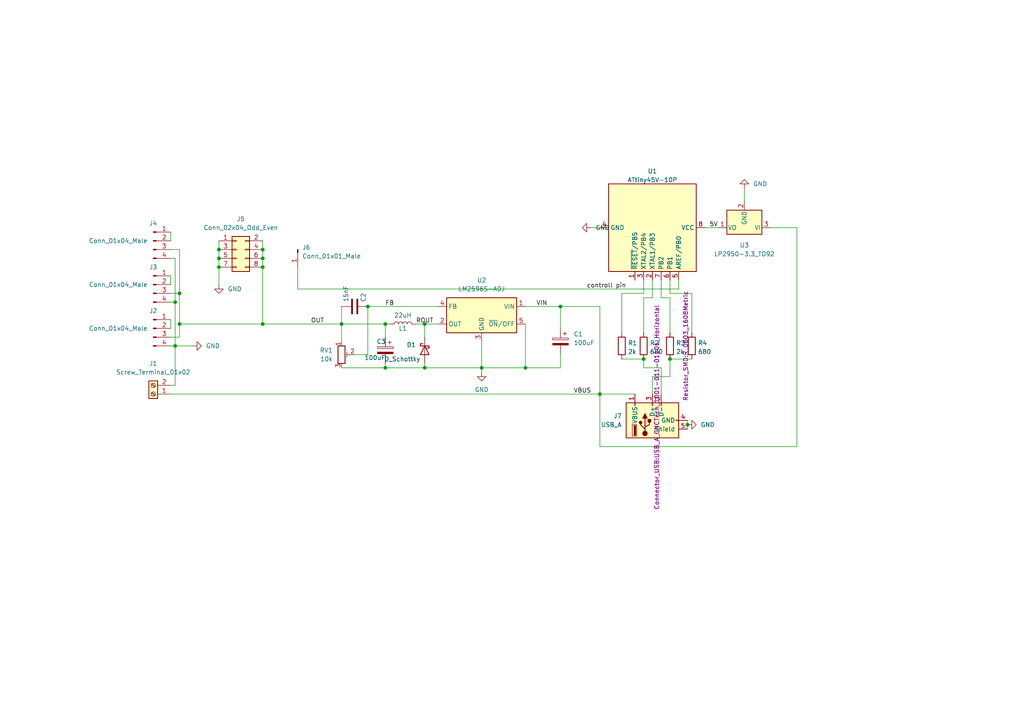
<source format=kicad_sch>
(kicad_sch (version 20211123) (generator eeschema)
  (paper "A4")
  (lib_symbols
    (symbol "Connector:Conn_01x01_Male" (pin_names (offset 1.016) hide)
      (property "Reference" "J" (at 0 2.54 0))
      (property "Value" "Conn_01x01_Male" (at 0 -2.54 0))
      (symbol "Conn_01x01_Male_1_1"
        (polyline (pts (xy 1.27 0) (xy 0.8636 0)) (stroke (width 0.1524)))
        (rectangle (start 0.8636 0.127) (end 0 -0.127) (stroke (width 0.1524)) (fill (type outline)))
        (pin passive line (at 5.08 0 180) (length 3.81) (name "Pin_1") (number "1"))
      )
    )
    (symbol "Connector:Conn_01x04_Male" (pin_names (offset 1.016) hide)
      (property "Reference" "J" (at 0 5.08 0))
      (property "Value" "Conn_01x04_Male" (at 0 -7.62 0))
      (symbol "Conn_01x04_Male_1_1"
        (polyline (pts (xy 1.27 -5.08) (xy 0.8636 -5.08)) (stroke (width 0.1524)))
        (polyline (pts (xy 1.27 -2.54) (xy 0.8636 -2.54)) (stroke (width 0.1524)))
        (polyline (pts (xy 1.27 0) (xy 0.8636 0)) (stroke (width 0.1524)))
        (polyline (pts (xy 1.27 2.54) (xy 0.8636 2.54)) (stroke (width 0.1524)))
        (rectangle (start 0.8636 -4.953) (end 0 -5.207) (stroke (width 0.1524)) (fill (type outline)))
        (rectangle (start 0.8636 -2.413) (end 0 -2.667) (stroke (width 0.1524)) (fill (type outline)))
        (rectangle (start 0.8636 0.127) (end 0 -0.127) (stroke (width 0.1524)) (fill (type outline)))
        (rectangle (start 0.8636 2.667) (end 0 2.413) (stroke (width 0.1524)) (fill (type outline)))
        (pin passive line (at 5.08 2.54 180) (length 3.81) (name "Pin_1") (number "1"))
        (pin passive line (at 5.08 0 180) (length 3.81) (name "Pin_2") (number "2"))
        (pin passive line (at 5.08 -2.54 180) (length 3.81) (name "Pin_3") (number "3"))
        (pin passive line (at 5.08 -5.08 180) (length 3.81) (name "Pin_4") (number "4"))
      )
    )
    (symbol "Connector:Screw_Terminal_01x02" (pin_names (offset 1.016) hide)
      (property "Reference" "J" (at 0 2.54 0))
      (property "Value" "Screw_Terminal_01x02" (at 0 -5.08 0))
      (symbol "Screw_Terminal_01x02_1_1"
        (rectangle (start -1.27 1.27) (end 1.27 -3.81) (stroke (width 0.254)) (fill (type background)))
        (circle (center 0 -2.54) (radius 0.635) (stroke (width 0.1524)))
        (polyline (pts (xy -0.5334 -2.2098) (xy 0.3302 -3.048)) (stroke (width 0.1524)))
        (polyline (pts (xy -0.5334 0.3302) (xy 0.3302 -0.508)) (stroke (width 0.1524)))
        (polyline (pts (xy -0.3556 -2.032) (xy 0.508 -2.8702)) (stroke (width 0.1524)))
        (polyline (pts (xy -0.3556 0.508) (xy 0.508 -0.3302)) (stroke (width 0.1524)))
        (circle (center 0 0) (radius 0.635) (stroke (width 0.1524)))
        (pin passive line (at -5.08 0 0) (length 3.81) (name "Pin_1") (number "1"))
        (pin passive line (at -5.08 -2.54 0) (length 3.81) (name "Pin_2") (number "2"))
      )
    )
    (symbol "Connector:USB_A" (pin_names (offset 1.016))
      (property "Reference" "J" (at -5.08 11.43 0))
      (property "Value" "USB_A" (at -5.08 8.89 0))
      (symbol "USB_A_0_1"
        (rectangle (start -5.08 -7.62) (end 5.08 7.62) (stroke (width 0.254)) (fill (type background)))
        (circle (center -3.81 2.159) (radius 0.635) (stroke (width 0.254)) (fill (type outline)))
        (rectangle (start -1.524 4.826) (end -4.318 5.334) (fill (type outline)))
        (rectangle (start -1.27 4.572) (end -4.572 5.842))
        (circle (center -0.635 3.429) (radius 0.381) (stroke (width 0.254)) (fill (type outline)))
        (rectangle (start -0.127 -7.62) (end 0.127 -6.858))
        (polyline (pts (xy -3.175 2.159) (xy -2.54 2.159) (xy -1.27 3.429) (xy -0.635 3.429)) (stroke (width 0.254)))
        (polyline (pts (xy -2.54 2.159) (xy -1.905 2.159) (xy -1.27 0.889) (xy 0 0.889)) (stroke (width 0.254)))
        (polyline (pts (xy 0.635 2.794) (xy 0.635 1.524) (xy 1.905 2.159) (xy 0.635 2.794)) (stroke (width 0.254)) (fill (type outline)))
        (rectangle (start 0.254 1.27) (end -0.508 0.508) (stroke (width 0.254)) (fill (type outline)))
        (rectangle (start 5.08 -2.667) (end 4.318 -2.413))
        (rectangle (start 5.08 -0.127) (end 4.318 0.127))
        (rectangle (start 5.08 4.953) (end 4.318 5.207))
      )
      (symbol "USB_A_1_1"
        (polyline (pts (xy -1.905 2.159) (xy 0.635 2.159)) (stroke (width 0.254)))
        (pin power_in line (at 7.62 5.08 180) (length 2.54) (name "VBUS") (number "1"))
        (pin bidirectional line (at 7.62 -2.54 180) (length 2.54) (name "D-") (number "2"))
        (pin bidirectional line (at 7.62 0 180) (length 2.54) (name "D+") (number "3"))
        (pin power_in line (at 0 -10.16 90) (length 2.54) (name "GND") (number "4"))
        (pin passive line (at -2.54 -10.16 90) (length 2.54) (name "Shield") (number "5"))
      )
    )
    (symbol "Connector_Generic:Conn_02x04_Odd_Even" (pin_names (offset 1.016) hide)
      (property "Reference" "J" (at 1.27 5.08 0))
      (property "Value" "Conn_02x04_Odd_Even" (at 1.27 -7.62 0))
      (symbol "Conn_02x04_Odd_Even_1_1"
        (rectangle (start -1.27 -4.953) (end 0 -5.207) (stroke (width 0.1524)))
        (rectangle (start -1.27 -2.413) (end 0 -2.667) (stroke (width 0.1524)))
        (rectangle (start -1.27 0.127) (end 0 -0.127) (stroke (width 0.1524)))
        (rectangle (start -1.27 2.667) (end 0 2.413) (stroke (width 0.1524)))
        (rectangle (start -1.27 3.81) (end 3.81 -6.35) (stroke (width 0.254)) (fill (type background)))
        (rectangle (start 3.81 -4.953) (end 2.54 -5.207) (stroke (width 0.1524)))
        (rectangle (start 3.81 -2.413) (end 2.54 -2.667) (stroke (width 0.1524)))
        (rectangle (start 3.81 0.127) (end 2.54 -0.127) (stroke (width 0.1524)))
        (rectangle (start 3.81 2.667) (end 2.54 2.413) (stroke (width 0.1524)))
        (pin passive line (at -5.08 2.54 0) (length 3.81) (name "Pin_1") (number "1"))
        (pin passive line (at 7.62 2.54 180) (length 3.81) (name "Pin_2") (number "2"))
        (pin passive line (at -5.08 0 0) (length 3.81) (name "Pin_3") (number "3"))
        (pin passive line (at 7.62 0 180) (length 3.81) (name "Pin_4") (number "4"))
        (pin passive line (at -5.08 -2.54 0) (length 3.81) (name "Pin_5") (number "5"))
        (pin passive line (at 7.62 -2.54 180) (length 3.81) (name "Pin_6") (number "6"))
        (pin passive line (at -5.08 -5.08 0) (length 3.81) (name "Pin_7") (number "7"))
        (pin passive line (at 7.62 -5.08 180) (length 3.81) (name "Pin_8") (number "8"))
      )
    )
    (symbol "Device:C" (pin_numbers hide) (pin_names (offset 0.254))
      (property "Reference" "C" (at 0.635 2.54 0))
      (property "Value" "C" (at 0.635 -2.54 0))
      (symbol "C_0_1"
        (polyline (pts (xy -2.032 -0.762) (xy 2.032 -0.762)) (stroke (width 0.508)))
        (polyline (pts (xy -2.032 0.762) (xy 2.032 0.762)) (stroke (width 0.508)))
      )
      (symbol "C_1_1"
        (pin passive line (at 0 3.81 270) (length 2.794) (name "~") (number "1"))
        (pin passive line (at 0 -3.81 90) (length 2.794) (name "~") (number "2"))
      )
    )
    (symbol "Device:C_Polarized" (pin_numbers hide) (pin_names (offset 0.254))
      (property "Reference" "C" (at 0.635 2.54 0))
      (property "Value" "C_Polarized" (at 0.635 -2.54 0))
      (symbol "C_Polarized_0_1"
        (rectangle (start -2.286 0.508) (end 2.286 1.016))
        (polyline (pts (xy -1.778 2.286) (xy -0.762 2.286)))
        (polyline (pts (xy -1.27 2.794) (xy -1.27 1.778)))
        (rectangle (start 2.286 -0.508) (end -2.286 -1.016) (fill (type outline)))
      )
      (symbol "C_Polarized_1_1"
        (pin passive line (at 0 3.81 270) (length 2.794) (name "~") (number "1"))
        (pin passive line (at 0 -3.81 90) (length 2.794) (name "~") (number "2"))
      )
    )
    (symbol "Device:D_Schottky" (pin_numbers hide) (pin_names (offset 1.016) hide)
      (property "Reference" "D" (at 0 2.54 0))
      (property "Value" "D_Schottky" (at 0 -2.54 0))
      (symbol "D_Schottky_0_1"
        (polyline (pts (xy 1.27 0) (xy -1.27 0)))
        (polyline (pts (xy 1.27 1.27) (xy 1.27 -1.27) (xy -1.27 0) (xy 1.27 1.27)) (stroke (width 0.254)))
        (polyline (pts (xy -1.905 0.635) (xy -1.905 1.27) (xy -1.27 1.27) (xy -1.27 -1.27) (xy -0.635 -1.27) (xy -0.635 -0.635)) (stroke (width 0.254)))
      )
      (symbol "D_Schottky_1_1"
        (pin passive line (at -3.81 0 0) (length 2.54) (name "K") (number "1"))
        (pin passive line (at 3.81 0 180) (length 2.54) (name "A") (number "2"))
      )
    )
    (symbol "Device:L" (pin_numbers hide) (pin_names (offset 1.016) hide)
      (property "Reference" "L" (at -1.27 0 90))
      (property "Value" "L" (at 1.905 0 90))
      (symbol "L_0_1"
        (arc (start 0 -2.54) (mid 0.635 -1.905) (end 0 -1.27))
        (arc (start 0 -1.27) (mid 0.635 -0.635) (end 0 0))
        (arc (start 0 0) (mid 0.635 0.635) (end 0 1.27))
        (arc (start 0 1.27) (mid 0.635 1.905) (end 0 2.54))
      )
      (symbol "L_1_1"
        (pin passive line (at 0 3.81 270) (length 1.27) (name "1") (number "1"))
        (pin passive line (at 0 -3.81 90) (length 1.27) (name "2") (number "2"))
      )
    )
    (symbol "Device:R" (pin_numbers hide) (pin_names (offset 0))
      (property "Reference" "R" (at 2.032 0 90))
      (property "Value" "R" (at 0 0 90))
      (symbol "R_0_1"
        (rectangle (start -1.016 -2.54) (end 1.016 2.54) (stroke (width 0.254)))
      )
      (symbol "R_1_1"
        (pin passive line (at 0 3.81 270) (length 1.27) (name "~") (number "1"))
        (pin passive line (at 0 -3.81 90) (length 1.27) (name "~") (number "2"))
      )
    )
    (symbol "Device:R_Potentiometer_Trim" (pin_names (offset 1.016) hide)
      (property "Reference" "RV" (at -4.445 0 90))
      (property "Value" "R_Potentiometer_Trim" (at -2.54 0 90))
      (symbol "R_Potentiometer_Trim_0_1"
        (polyline (pts (xy 1.524 0.762) (xy 1.524 -0.762)))
        (polyline (pts (xy 2.54 0) (xy 1.524 0)))
        (rectangle (start 1.016 2.54) (end -1.016 -2.54) (stroke (width 0.254)))
      )
      (symbol "R_Potentiometer_Trim_1_1"
        (pin passive line (at 0 3.81 270) (length 1.27) (name "1") (number "1"))
        (pin passive line (at 3.81 0 180) (length 1.27) (name "2") (number "2"))
        (pin passive line (at 0 -3.81 90) (length 1.27) (name "3") (number "3"))
      )
    )
    (symbol "MCU_Microchip_ATtiny:ATtiny45V-10P"
      (property "Reference" "U" (at -12.7 13.97 0))
      (property "Value" "ATtiny45V-10P" (at 2.54 -13.97 0))
      (symbol "ATtiny45V-10P_0_1"
        (rectangle (start -12.7 -12.7) (end 12.7 12.7) (stroke (width 0.254)) (fill (type background)))
      )
      (symbol "ATtiny45V-10P_1_1"
        (pin bidirectional line (at 15.24 -5.08 180) (length 2.54) (name "~{RESET}/PB5") (number "1"))
        (pin bidirectional line (at 15.24 0 180) (length 2.54) (name "XTAL1/PB3") (number "2"))
        (pin bidirectional line (at 15.24 -2.54 180) (length 2.54) (name "XTAL2/PB4") (number "3"))
        (pin power_in line (at 0 -15.24 90) (length 2.54) (name "GND") (number "4"))
        (pin bidirectional line (at 15.24 7.62 180) (length 2.54) (name "AREF/PB0") (number "5"))
        (pin bidirectional line (at 15.24 5.08 180) (length 2.54) (name "PB1") (number "6"))
        (pin bidirectional line (at 15.24 2.54 180) (length 2.54) (name "PB2") (number "7"))
        (pin power_in line (at 0 15.24 270) (length 2.54) (name "VCC") (number "8"))
      )
    )
    (symbol "Regulator_Linear:LP2950-3.3_TO92" (pin_names (offset 0.254))
      (property "Reference" "U" (at -3.81 3.175 0))
      (property "Value" "LP2950-3.3_TO92" (at 0 3.175 0))
      (symbol "LP2950-3.3_TO92_0_1"
        (rectangle (start -5.08 -5.08) (end 5.08 1.905) (stroke (width 0.254)) (fill (type background)))
      )
      (symbol "LP2950-3.3_TO92_1_1"
        (pin power_out line (at 7.62 0 180) (length 2.54) (name "VO") (number "1"))
        (pin power_in line (at 0 -7.62 90) (length 2.54) (name "GND") (number "2"))
        (pin power_in line (at -7.62 0 0) (length 2.54) (name "VI") (number "3"))
      )
    )
    (symbol "Regulator_Switching:LM2596S-ADJ"
      (property "Reference" "U" (at -10.16 6.35 0))
      (property "Value" "LM2596S-ADJ" (at 0 6.35 0))
      (symbol "LM2596S-ADJ_0_1"
        (rectangle (start -10.16 5.08) (end 10.16 -5.08) (stroke (width 0.254)) (fill (type background)))
      )
      (symbol "LM2596S-ADJ_1_1"
        (pin power_in line (at -12.7 2.54 0) (length 2.54) (name "VIN") (number "1"))
        (pin output line (at 12.7 -2.54 180) (length 2.54) (name "OUT") (number "2"))
        (pin power_in line (at 0 -7.62 90) (length 2.54) (name "GND") (number "3"))
        (pin input line (at 12.7 2.54 180) (length 2.54) (name "FB") (number "4"))
        (pin input line (at -12.7 -2.54 0) (length 2.54) (name "~{ON}/OFF") (number "5"))
      )
    )
    (symbol "power:GND" (power) (pin_names (offset 0))
      (property "Value" "GND" (at 0 -3.81 0))
      (symbol "GND_0_1"
        (polyline (pts (xy 0 0) (xy 0 -1.27) (xy 1.27 -1.27) (xy 0 -2.54) (xy -1.27 -1.27) (xy 0 -1.27)))
      )
      (symbol "GND_1_1"
        (pin power_in line (at 0 0 270) (length 0) hide (name "GND") (number "1"))
      )
    )
  )
  (junction (at 199.39 123.19))
  (junction (at 173.99 114.3))
  (junction (at 152.4 106.68))
  (junction (at 111.76 93.98))
  (junction (at 76.2 74.93))
  (junction (at 162.56 88.9))
  (junction (at 76.2 93.98))
  (junction (at 50.8 100.33))
  (junction (at 99.06 93.98))
  (junction (at 52.07 85.09))
  (junction (at 76.2 77.47))
  (junction (at 63.5 72.39))
  (junction (at 123.19 93.98))
  (junction (at 50.8 87.63))
  (junction (at 111.76 106.68))
  (junction (at 123.19 106.68))
  (junction (at 52.07 93.98))
  (junction (at 186.69 104.14))
  (junction (at 106.68 88.9))
  (junction (at 63.5 74.93))
  (junction (at 194.31 104.14))
  (junction (at 76.2 72.39))
  (junction (at 63.5 77.47))
  (junction (at 139.7 106.68))
  (wire (pts (xy 215.9 54.61) (xy 215.9 58.42)))
  (wire (pts (xy 50.8 87.63) (xy 50.8 100.33)))
  (wire (pts (xy 184.15 114.3) (xy 173.99 114.3)))
  (wire (pts (xy 194.31 86.36) (xy 194.31 96.52)))
  (wire (pts (xy 231.14 66.04) (xy 223.52 66.04)))
  (wire (pts (xy 52.07 85.09) (xy 52.07 72.39)))
  (wire (pts (xy 139.7 99.06) (xy 139.7 106.68)))
  (wire (pts (xy 194.31 81.28) (xy 194.31 85.09)))
  (wire (pts (xy 106.68 88.9) (xy 127 88.9)))
  (wire (pts (xy 52.07 93.98) (xy 76.2 93.98)))
  (wire (pts (xy 76.2 77.47) (xy 76.2 93.98)))
  (wire (pts (xy 52.07 97.79) (xy 52.07 93.98)))
  (wire (pts (xy 186.69 85.09) (xy 180.34 85.09)))
  (wire (pts (xy 76.2 74.93) (xy 76.2 77.47)))
  (wire (pts (xy 99.06 93.98) (xy 99.06 99.06)))
  (wire (pts (xy 199.39 123.19) (xy 199.39 124.46)))
  (wire (pts (xy 49.53 100.33) (xy 50.8 100.33)))
  (wire (pts (xy 173.99 114.3) (xy 173.99 129.54)))
  (wire (pts (xy 63.5 69.85) (xy 63.5 72.39)))
  (wire (pts (xy 76.2 93.98) (xy 99.06 93.98)))
  (wire (pts (xy 49.53 74.93) (xy 50.8 74.93)))
  (wire (pts (xy 50.8 100.33) (xy 55.88 100.33)))
  (wire (pts (xy 52.07 72.39) (xy 49.53 72.39)))
  (wire (pts (xy 52.07 85.09) (xy 49.53 85.09)))
  (wire (pts (xy 86.36 83.82) (xy 86.36 77.47)))
  (wire (pts (xy 186.69 81.28) (xy 186.69 85.09)))
  (wire (pts (xy 194.31 109.22) (xy 189.23 109.22)))
  (wire (pts (xy 106.68 102.87) (xy 102.87 102.87)))
  (wire (pts (xy 111.76 105.41) (xy 111.76 106.68)))
  (wire (pts (xy 194.31 85.09) (xy 200.66 85.09)))
  (wire (pts (xy 99.06 93.98) (xy 111.76 93.98)))
  (wire (pts (xy 49.53 97.79) (xy 52.07 97.79)))
  (wire (pts (xy 123.19 106.68) (xy 139.7 106.68)))
  (wire (pts (xy 194.31 104.14) (xy 194.31 109.22)))
  (wire (pts (xy 200.66 85.09) (xy 200.66 96.52)))
  (wire (pts (xy 189.23 81.28) (xy 189.23 86.36)))
  (wire (pts (xy 76.2 69.85) (xy 76.2 72.39)))
  (wire (pts (xy 76.2 72.39) (xy 76.2 74.93)))
  (wire (pts (xy 196.85 81.28) (xy 196.85 83.82)))
  (wire (pts (xy 63.5 72.39) (xy 63.5 74.93)))
  (wire (pts (xy 111.76 93.98) (xy 111.76 97.79)))
  (wire (pts (xy 99.06 93.98) (xy 99.06 88.9)))
  (wire (pts (xy 186.69 104.14) (xy 186.69 106.68)))
  (wire (pts (xy 162.56 95.25) (xy 162.56 88.9)))
  (wire (pts (xy 127 93.98) (xy 123.19 93.98)))
  (wire (pts (xy 199.39 121.92) (xy 199.39 123.19)))
  (wire (pts (xy 171.45 66.04) (xy 173.99 66.04)))
  (wire (pts (xy 49.53 92.71) (xy 49.53 95.25)))
  (wire (pts (xy 123.19 105.41) (xy 123.19 106.68)))
  (wire (pts (xy 86.36 83.82) (xy 196.85 83.82)))
  (wire (pts (xy 49.53 87.63) (xy 50.8 87.63)))
  (wire (pts (xy 191.77 86.36) (xy 194.31 86.36)))
  (wire (pts (xy 139.7 106.68) (xy 139.7 107.95)))
  (wire (pts (xy 52.07 93.98) (xy 52.07 85.09)))
  (wire (pts (xy 99.06 106.68) (xy 111.76 106.68)))
  (wire (pts (xy 162.56 106.68) (xy 152.4 106.68)))
  (wire (pts (xy 63.5 77.47) (xy 63.5 82.55)))
  (wire (pts (xy 49.53 111.76) (xy 50.8 111.76)))
  (wire (pts (xy 50.8 74.93) (xy 50.8 87.63)))
  (wire (pts (xy 152.4 93.98) (xy 152.4 106.68)))
  (wire (pts (xy 113.03 93.98) (xy 111.76 93.98)))
  (wire (pts (xy 162.56 102.87) (xy 162.56 106.68)))
  (wire (pts (xy 191.77 106.68) (xy 191.77 114.3)))
  (wire (pts (xy 123.19 93.98) (xy 120.65 93.98)))
  (wire (pts (xy 152.4 106.68) (xy 139.7 106.68)))
  (wire (pts (xy 189.23 109.22) (xy 189.23 114.3)))
  (wire (pts (xy 173.99 129.54) (xy 231.14 129.54)))
  (wire (pts (xy 186.69 106.68) (xy 191.77 106.68)))
  (wire (pts (xy 49.53 80.01) (xy 49.53 82.55)))
  (wire (pts (xy 191.77 81.28) (xy 191.77 86.36)))
  (wire (pts (xy 162.56 88.9) (xy 152.4 88.9)))
  (wire (pts (xy 173.99 114.3) (xy 173.99 88.9)))
  (wire (pts (xy 189.23 86.36) (xy 186.69 86.36)))
  (wire (pts (xy 186.69 86.36) (xy 186.69 96.52)))
  (wire (pts (xy 180.34 85.09) (xy 180.34 96.52)))
  (wire (pts (xy 106.68 88.9) (xy 106.68 102.87)))
  (wire (pts (xy 173.99 88.9) (xy 162.56 88.9)))
  (wire (pts (xy 63.5 74.93) (xy 63.5 77.47)))
  (wire (pts (xy 49.53 114.3) (xy 173.99 114.3)))
  (wire (pts (xy 50.8 100.33) (xy 50.8 111.76)))
  (wire (pts (xy 49.53 67.31) (xy 49.53 69.85)))
  (wire (pts (xy 111.76 106.68) (xy 123.19 106.68)))
  (wire (pts (xy 123.19 93.98) (xy 123.19 97.79)))
  (wire (pts (xy 194.31 104.14) (xy 200.66 104.14)))
  (wire (pts (xy 204.47 66.04) (xy 208.28 66.04)))
  (wire (pts (xy 231.14 129.54) (xy 231.14 66.04)))
  (wire (pts (xy 180.34 104.14) (xy 186.69 104.14)))
  (label "OUT" (at 90.17 93.98 0))
  (label "FB" (at 114.3 88.9 180))
  (label "VIN" (at 158.75 88.9 180))
  (label "5V" (at 205.74 66.04 0))
  (label "controll pin" (at 170.18 83.82 0))
  (label "VBUS" (at 166.37 114.3 0))
  (label "ROUT" (at 125.73 93.98 180))
  (symbol (lib_id "Device:R_Potentiometer_Trim") (at 99.06 102.87 0) (unit 1)
    (property "Reference" "RV1" (at 96.52 101.5999 0) (effects (justify right)))
    (property "Value" "10k" (at 96.52 104.14 0) (effects (justify right)))
    (property "Footprint" "Potentiometer_THT:Potentiometer_Bourns_3266Y_Vertical" (effects hide))
  )
  (symbol (lib_id "Connector_Generic:Conn_02x04_Odd_Even") (at 68.58 72.39 0) (unit 1)
    (property "Reference" "J5" (at 69.85 63.5 0))
    (property "Value" "Conn_02x04_Odd_Even" (at 69.85 66.04 0))
    (property "Footprint" "Connector_PinHeader_2.54mm:PinHeader_2x04_P2.54mm_Vertical" (effects hide))
  )
  (symbol (lib_id "Regulator_Linear:LP2950-3.3_TO92") (at 215.9 66.04 180) (unit 1)
    (property "Reference" "U3" (at 215.9 71.12 0))
    (property "Value" "LP2950-3.3_TO92" (at 215.9 73.66 0))
    (property "Footprint" "Package_TO_SOT_SMD:SOT-89-3" (effects hide))
    (property "Datasheet" "http://www.ti.com/lit/ds/symlink/lp2950.pdf" (effects hide))
  )
  (symbol (lib_id "Device:C_Polarized") (at 111.76 101.6 0) (mirror y) (unit 1)
    (property "Reference" "C3" (at 109.22 99.06 0) (effects (justify right)))
    (property "Value" "100uF" (at 111.76 103.7591 0) (effects (justify left)))
    (property "Footprint" "Capacitor_THT:CP_Radial_D6.3mm_P2.50mm" (effects hide))
  )
  (symbol (lib_id "Device:R") (at 200.66 100.33 0) (unit 1)
    (property "Reference" "R4" (at 202.438 99.4953 0) (effects (justify left)))
    (property "Value" "680" (at 202.438 102.0322 0) (effects (justify left)))
    (property "Footprint" "Resistor_SMD:R_0603_1608Metric" (at 198.882 100.33 90))
  )
  (symbol (lib_id "Device:L") (at 116.84 93.98 270) (mirror x) (unit 1)
    (property "Reference" "L1" (at 116.84 95.25 90))
    (property "Value" "22uH" (at 116.84 91.44 90))
    (property "Footprint" "custom:sdr1006" (effects hide))
  )
  (symbol (lib_id "Device:D_Schottky") (at 123.19 101.6 90) (mirror x) (unit 1)
    (property "Reference" "D1" (at 120.65 100.0124 90) (effects (justify left)))
    (property "Value" "D_Schottky" (at 121.92 104.14 90) (effects (justify left)))
    (property "Footprint" "Diode_SMD:D_1206_3216Metric" (effects hide))
  )
  (symbol (lib_id "Connector:USB_A") (at 189.23 121.92 90) (unit 1)
    (property "Reference" "J7" (at 180.34 120.6499 90) (effects (justify left)))
    (property "Value" "USB_A" (at 180.34 123.1899 90) (effects (justify left)))
    (property "Footprint" "Connector_USB:USB_A_CNCTech_1001-011-01101_Horizontal" (at 190.5 118.11 0))
    (property "Datasheet" " ~" (effects hide))
  )
  (symbol (lib_id "Connector:Conn_01x04_Male") (at 44.45 95.25 0) (unit 1)
    (property "Reference" "J2" (at 44.45 90.17 0))
    (property "Value" "Conn_01x04_Male" (at 34.29 95.25 0))
    (property "Footprint" "Connector_PinHeader_2.54mm:PinHeader_1x04_P2.54mm_Vertical" (effects hide))
  )
  (symbol (lib_id "Connector:Conn_01x04_Male") (at 44.45 69.85 0) (unit 1)
    (property "Reference" "J4" (at 44.45 64.77 0))
    (property "Value" "Conn_01x04_Male" (at 34.29 69.85 0))
    (property "Footprint" "Connector_PinHeader_2.54mm:PinHeader_1x04_P2.54mm_Vertical" (effects hide))
  )
  (symbol (lib_id "Regulator_Switching:LM2596S-ADJ") (at 139.7 91.44 0) (mirror y) (unit 1)
    (property "Reference" "U2" (at 139.7 81.28 0))
    (property "Value" "LM2596S-ADJ" (at 139.7 83.82 0))
    (property "Footprint" "Package_TO_SOT_SMD:TO-263-5_TabPin3" (effects hide))
    (property "Datasheet" "http://www.ti.com/lit/ds/symlink/lm2596.pdf" (effects hide))
  )
  (symbol (lib_id "power:GND") (at 55.88 100.33 90) (unit 1)
    (property "Reference" "#PWR0106" (effects hide))
    (property "Value" "GND" (at 59.69 100.3299 90) (effects (justify right)))
  )
  (symbol (lib_id "Device:R") (at 186.69 100.33 0) (unit 1)
    (property "Reference" "R2" (at 188.468 99.4953 0) (effects (justify left)))
    (property "Value" "680" (at 188.468 102.0322 0) (effects (justify left)))
    (property "Footprint" "Resistor_SMD:R_0603_1608Metric" (effects hide))
  )
  (symbol (lib_id "power:GND") (at 63.5 82.55 0) (unit 1)
    (property "Reference" "#PWR0102" (effects hide))
    (property "Value" "GND" (at 66.04 83.8199 0) (effects (justify left)))
  )
  (symbol (lib_id "Connector:Conn_01x01_Male") (at 86.36 72.39 270) (unit 1)
    (property "Reference" "J6" (at 87.63 71.7549 90) (effects (justify left)))
    (property "Value" "Conn_01x01_Male" (at 87.63 74.2949 90) (effects (justify left)))
    (property "Footprint" "Connector_PinHeader_2.54mm:PinHeader_1x01_P2.54mm_Vertical" (effects hide))
  )
  (symbol (lib_id "power:GND") (at 215.9 54.61 180) (unit 1)
    (property "Reference" "#PWR0104" (effects hide))
    (property "Value" "GND" (at 218.44 53.3399 0) (effects (justify right)))
  )
  (symbol (lib_id "power:GND") (at 139.7 107.95 0) (mirror y) (unit 1)
    (property "Reference" "#PWR0105" (effects hide))
    (property "Value" "GND" (at 139.7 113.03 0))
  )
  (symbol (lib_id "power:GND") (at 171.45 66.04 270) (unit 1)
    (property "Reference" "#PWR0101" (effects hide))
    (property "Value" "GND" (at 172.72 66.0399 90) (effects (justify left)))
  )
  (symbol (lib_id "MCU_Microchip_ATtiny:ATtiny45V-10P") (at 189.23 66.04 270) (unit 1)
    (property "Reference" "U1" (at 189.23 49.6402 90))
    (property "Value" "ATtiny45V-10P" (at 189.23 52.1771 90))
    (property "Footprint" "Package_DIP:DIP-8_W7.62mm_Socket" (effects hide))
    (property "Datasheet" "http://ww1.microchip.com/downloads/en/DeviceDoc/atmel-2586-avr-8-bit-microcontroller-attiny25-attiny45-attiny85_datasheet.pdf" (effects hide))
  )
  (symbol (lib_id "power:GND") (at 199.39 123.19 90) (unit 1)
    (property "Reference" "#PWR0103" (effects hide))
    (property "Value" "GND" (at 203.2 123.1899 90) (effects (justify right)))
  )
  (symbol (lib_id "Device:C_Polarized") (at 162.56 99.06 0) (mirror y) (unit 1)
    (property "Reference" "C1" (at 166.37 96.9009 0) (effects (justify right)))
    (property "Value" "100uF" (at 166.37 99.4409 0) (effects (justify right)))
    (property "Footprint" "Capacitor_THT:CP_Radial_D6.3mm_P2.50mm" (effects hide))
  )
  (symbol (lib_id "Connector:Screw_Terminal_01x02") (at 44.45 114.3 180) (unit 1)
    (property "Reference" "J1" (at 44.45 105.41 0))
    (property "Value" "Screw_Terminal_01x02" (at 44.45 107.95 0))
    (property "Footprint" "TerminalBlock_Phoenix:TerminalBlock_Phoenix_MPT-0,5-2-2.54_1x02_P2.54mm_Horizontal" (effects hide))
  )
  (symbol (lib_id "Device:C") (at 102.87 88.9 270) (mirror x) (unit 1)
    (property "Reference" "C2" (at 105.41 87.63 0) (effects (justify left)))
    (property "Value" "15nF" (at 100.33 87.63 0) (effects (justify left)))
    (property "Footprint" "Capacitor_THT:C_Rect_L7.0mm_W2.5mm_P5.00mm" (effects hide))
  )
  (symbol (lib_id "Device:R") (at 180.34 100.33 0) (unit 1)
    (property "Reference" "R1" (at 182.118 99.4953 0) (effects (justify left)))
    (property "Value" "2k" (at 182.118 102.0322 0) (effects (justify left)))
    (property "Footprint" "Resistor_SMD:R_0603_1608Metric" (effects hide))
  )
  (symbol (lib_id "Connector:Conn_01x04_Male") (at 44.45 82.55 0) (unit 1)
    (property "Reference" "J3" (at 44.45 77.47 0))
    (property "Value" "Conn_01x04_Male" (at 34.29 82.55 0))
    (property "Footprint" "Connector_PinHeader_2.54mm:PinHeader_1x04_P2.54mm_Vertical" (effects hide))
  )
  (symbol (lib_id "Device:R") (at 194.31 100.33 0) (unit 1)
    (property "Reference" "R3" (at 196.088 99.4953 0) (effects (justify left)))
    (property "Value" "2k" (at 196.088 102.0322 0) (effects (justify left)))
    (property "Footprint" "Resistor_SMD:R_0603_1608Metric" (effects hide))
  )
)
</source>
